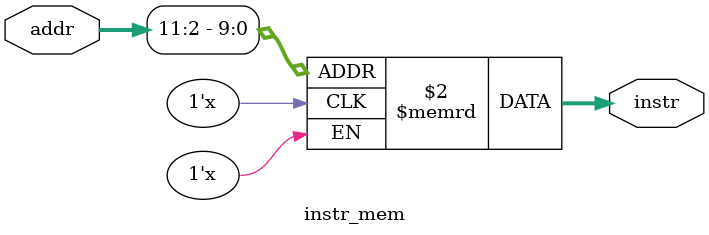
<source format=v>
module instr_mem (
  input  wire [31:0] addr, //memory address requested 
  output reg  [31:0] instr //hold instruction from addr
);
  reg [31:0] rom [0:1023]; //declares our memory array 'rom' and holds 1024 elements
  initial begin
     // load from instr_mem.hex a$readmemh("../sim/instr_mem.hex", rom);
  end
  always @(*) begin
    instr = rom[addr[11:2]]; // word address
  end
endmodule

</source>
